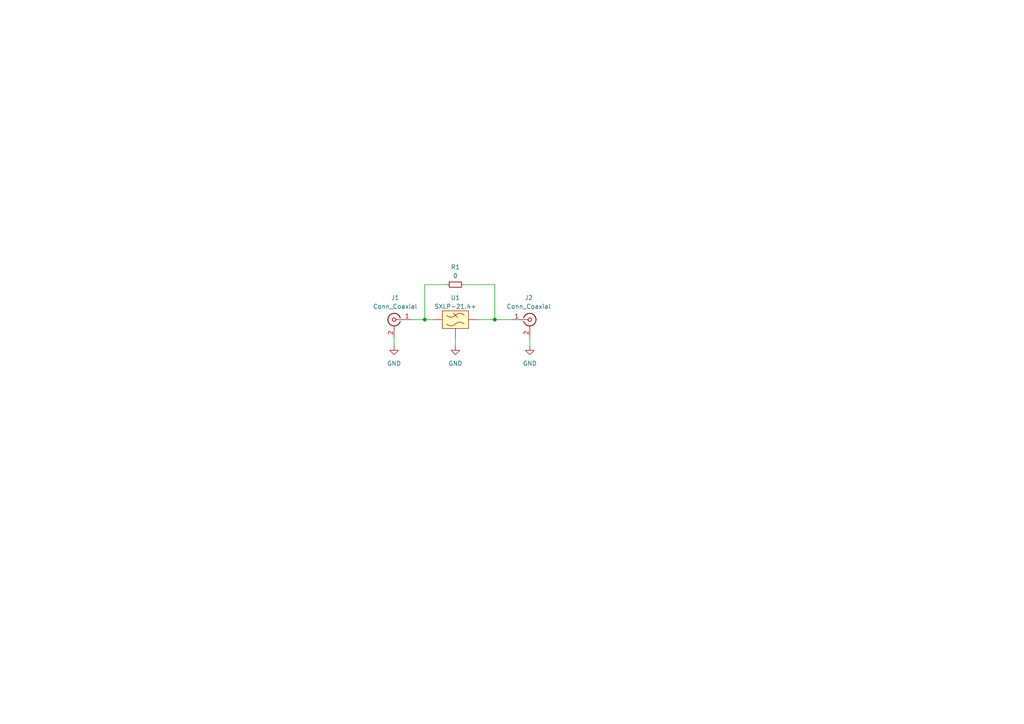
<source format=kicad_sch>
(kicad_sch (version 20230121) (generator eeschema)
  (paper "A4")
  (lib_symbols
    (symbol "BioMEMS:SXLP-21.4+" (pin_numbers hide) (pin_names hide)
      (property "Reference" "U2" (at 0 6.4557 0))
      (property "Value" "SXLP-21.4+" (at 0 3.6806 0))
      (symbol "SXLP-21.4+_0_1"
        (rectangle (start -3.81 2.54) (end 3.81 -2.54) (stroke (width 0.1524)) (fill (type background)))
        (arc (start -2.54 -1.2702) (mid -1.27 -1.7962) (end 0 -1.2702) (stroke (width 0.1524)))
        (arc (start -2.54 1.27) (mid -1.27 0.744) (end 0 1.27) (stroke (width 0.1524)))
        (polyline (pts (xy -0.635 1.905) (xy 0.635 0.635)) (stroke (width 0.1524)))
        (arc (start 2.54 -1.2701) (mid 1.27 -0.7441) (end 0 -1.2701) (stroke (width 0.1524)))
        (arc (start 2.54 1.2701) (mid 1.27 1.7961) (end 0 1.2701) (stroke (width 0.1524)))
      )
      (symbol "SXLP-21.4+_1_1"
        (pin input line (at -6.35 0 0) (length 2.54) (name "") (number "1"))
        (pin power_in line (at 0 -5.08 90) (length 2.54) (name "GND") (number "2"))
        (pin passive line (at 0 -5.08 90) (length 0) hide (name "GND") (number "3"))
        (pin passive line (at 0 -5.08 90) (length 0) hide (name "GND") (number "4"))
        (pin passive line (at 0 -5.08 90) (length 0) hide (name "GND") (number "5"))
        (pin passive line (at 0 -5.08 90) (length 0) hide (name "GND") (number "6"))
        (pin passive line (at 0 -5.08 90) (length 0) hide (name "GND") (number "7"))
        (pin output line (at 6.35 0 180) (length 2.54) (name "") (number "8"))
      )
    )
    (symbol "Connector:Conn_Coaxial" (pin_names (offset 1.016) hide)
      (property "Reference" "J" (at 0.254 3.048 0))
      (property "Value" "Conn_Coaxial" (at 2.921 0 90))
      (symbol "Conn_Coaxial_0_1"
        (arc (start -1.778 -0.508) (mid 0.2311 -1.8066) (end 1.778 0) (stroke (width 0.254)))
        (polyline (pts (xy -2.54 0) (xy -0.508 0)))
        (polyline (pts (xy 0 -2.54) (xy 0 -1.778)))
        (circle (center 0 0) (radius 0.508) (stroke (width 0.2032)))
        (arc (start 1.778 0) (mid 0.2099 1.8101) (end -1.778 0.508) (stroke (width 0.254)))
      )
      (symbol "Conn_Coaxial_1_1"
        (pin passive line (at -5.08 0 0) (length 2.54) (name "In") (number "1"))
        (pin passive line (at 0 -5.08 90) (length 2.54) (name "Ext") (number "2"))
      )
    )
    (symbol "Device:R_Small" (pin_numbers hide) (pin_names (offset 0.254) hide)
      (property "Reference" "R" (at 0.762 0.508 0))
      (property "Value" "R_Small" (at 0.762 -1.016 0))
      (symbol "R_Small_0_1"
        (rectangle (start -0.762 1.778) (end 0.762 -1.778) (stroke (width 0.2032)))
      )
      (symbol "R_Small_1_1"
        (pin passive line (at 0 2.54 270) (length 0.762) (name "~") (number "1"))
        (pin passive line (at 0 -2.54 90) (length 0.762) (name "~") (number "2"))
      )
    )
    (symbol "power:GND" (power) (pin_names (offset 0))
      (property "Value" "GND" (at 0 -3.81 0))
      (symbol "GND_0_1"
        (polyline (pts (xy 0 0) (xy 0 -1.27) (xy 1.27 -1.27) (xy 0 -2.54) (xy -1.27 -1.27) (xy 0 -1.27)))
      )
      (symbol "GND_1_1"
        (pin power_in line (at 0 0 270) (length 0) hide (name "GND") (number "1"))
      )
    )
  )
  (junction (at 123.19 92.71))
  (junction (at 143.51 92.71))
  (wire (pts (xy 132.08 97.79) (xy 132.08 100.33)))
  (wire (pts (xy 153.67 97.79) (xy 153.67 100.33)))
  (wire (pts (xy 143.51 92.71) (xy 138.43 92.71)))
  (wire (pts (xy 114.3 97.79) (xy 114.3 100.33)))
  (wire (pts (xy 143.51 82.55) (xy 143.51 92.71)))
  (wire (pts (xy 143.51 92.71) (xy 148.59 92.71)))
  (wire (pts (xy 123.19 92.71) (xy 119.38 92.71)))
  (wire (pts (xy 123.19 82.55) (xy 123.19 92.71)))
  (wire (pts (xy 123.19 92.71) (xy 125.73 92.71)))
  (wire (pts (xy 129.54 82.55) (xy 123.19 82.55)))
  (wire (pts (xy 134.62 82.55) (xy 143.51 82.55)))
  (symbol (lib_id "Device:R_Small") (at 132.08 82.55 90) (unit 1)
    (property "Reference" "R1" (at 132.08 77.47 90))
    (property "Value" "0" (at 132.08 80.01 90))
    (property "Footprint" "Resistor_SMD:R_0603_1608Metric" (effects hide))
  )
  (symbol (lib_id "power:GND") (at 114.3 100.33 0) (unit 1)
    (property "Reference" "#PWR02" (effects hide))
    (property "Value" "GND" (at 114.3 105.41 0))
  )
  (symbol (lib_id "Connector:Conn_Coaxial") (at 153.67 92.71 0) (unit 1)
    (property "Reference" "J2" (at 153.3526 86.36 0))
    (property "Value" "Conn_Coaxial" (at 153.3526 88.9 0))
    (property "Footprint" "BioMEMS:538-73251-6521" (effects hide))
    (property "Datasheet" " ~" (effects hide))
  )
  (symbol (lib_id "power:GND") (at 132.08 100.33 0) (unit 1)
    (property "Reference" "#PWR01" (effects hide))
    (property "Value" "GND" (at 132.08 105.41 0))
  )
  (symbol (lib_id "BioMEMS:SXLP-21.4+") (at 132.08 92.71 0) (unit 1)
    (property "Reference" "U1" (at 132.08 86.36 0))
    (property "Value" "SXLP-21.4+" (at 132.08 88.9 0))
    (property "Footprint" "BioMEMS:Mini-Circuits_HF1139_LandPatternPL-230_Truncated" (effects hide))
    (property "Datasheet" "https://www.minicircuits.com/pdfs/SXLP-21.4+.pdf" (effects hide))
  )
  (symbol (lib_id "Connector:Conn_Coaxial") (at 114.3 92.71 0) (mirror y) (unit 1)
    (property "Reference" "J1" (at 114.6174 86.36 0))
    (property "Value" "Conn_Coaxial" (at 114.6174 88.9 0))
    (property "Footprint" "BioMEMS:CONSMA013.062-Vertical" (effects hide))
    (property "Datasheet" " ~" (effects hide))
  )
  (symbol (lib_id "power:GND") (at 153.67 100.33 0) (unit 1)
    (property "Reference" "#PWR03" (effects hide))
    (property "Value" "GND" (at 153.67 105.41 0))
  )
)
</source>
